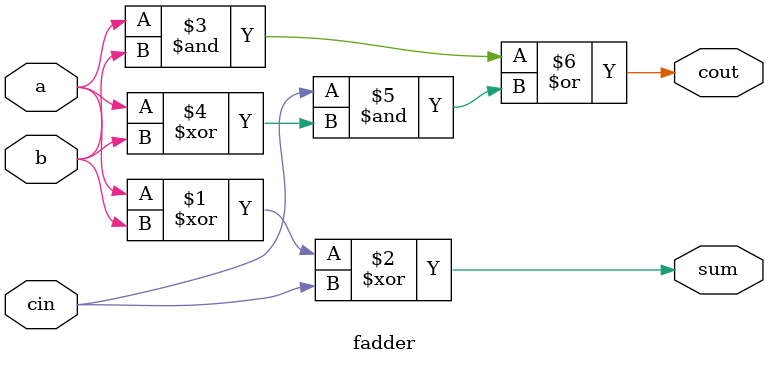
<source format=sv>
module fadder(
  input logic a,      // First input bit
  input logic b,      // Second input bit
  input logic cin,    // Carry-in bit
  output logic sum,   // Sum output
  output logic cout   // Carry-out bit
);
    // Sum calculation: a XOR b XOR cin
    assign sum = a ^ b ^ cin;
    // Carry-out calculation: (a AND b) OR (cin AND (a XOR b))
    assign cout = (a & b) | (cin & (a ^ b));
endmodule

</source>
